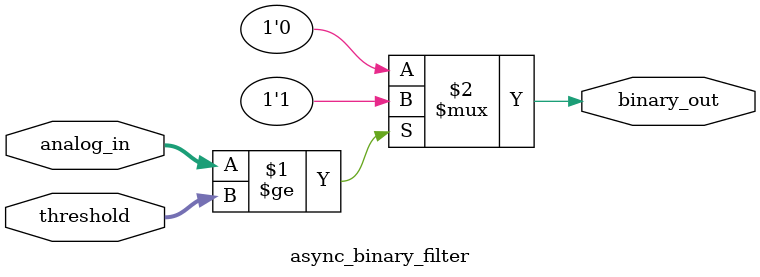
<source format=sv>
module async_binary_filter #(
    parameter W = 8
)(
    input [W-1:0] analog_in,
    input [W-1:0] threshold,
    output binary_out
);
    // Simple binary threshold filter
    assign binary_out = (analog_in >= threshold) ? 1'b1 : 1'b0;
endmodule
</source>
